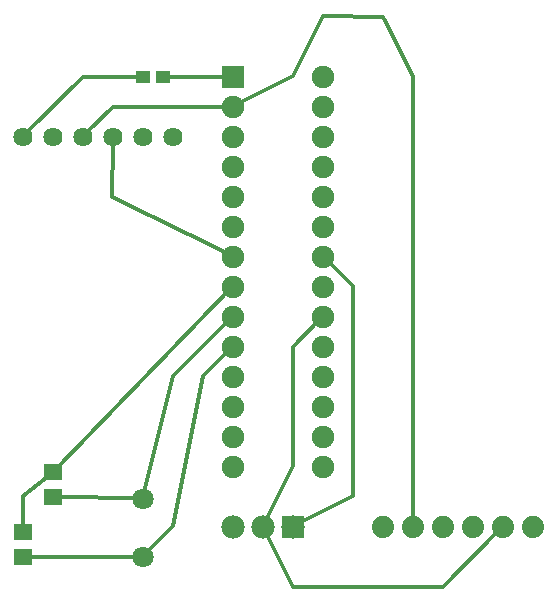
<source format=gtl>
G04 MADE WITH FRITZING*
G04 WWW.FRITZING.ORG*
G04 DOUBLE SIDED*
G04 HOLES PLATED*
G04 CONTOUR ON CENTER OF CONTOUR VECTOR*
%ASAXBY*%
%FSLAX23Y23*%
%MOIN*%
%OFA0B0*%
%SFA1.0B1.0*%
%ADD10C,0.064000*%
%ADD11C,0.070925*%
%ADD12C,0.070866*%
%ADD13C,0.078000*%
%ADD14C,0.074000*%
%ADD15C,0.075000*%
%ADD16R,0.078000X0.078000*%
%ADD17R,0.047244X0.043307*%
%ADD18R,0.075000X0.075000*%
%ADD19R,0.059055X0.055118*%
%ADD20C,0.012000*%
%LNCOPPER1*%
G90*
G70*
G54D10*
X129Y1552D03*
X229Y1552D03*
X329Y1552D03*
X429Y1552D03*
X529Y1552D03*
X629Y1552D03*
G54D11*
X529Y152D03*
G54D12*
X529Y345D03*
G54D13*
X1029Y252D03*
X929Y252D03*
X829Y252D03*
G54D14*
X1829Y252D03*
X1729Y252D03*
X1629Y252D03*
X1529Y252D03*
X1429Y252D03*
X1329Y252D03*
G54D15*
X829Y1752D03*
X1129Y1752D03*
X829Y1652D03*
X1129Y1652D03*
X829Y1552D03*
X1129Y1552D03*
X829Y1452D03*
X1129Y1452D03*
X829Y1352D03*
X1129Y1352D03*
X829Y1252D03*
X1129Y1252D03*
X829Y1152D03*
X1129Y1152D03*
X829Y1052D03*
X1129Y1052D03*
X829Y952D03*
X1129Y952D03*
X829Y852D03*
X1129Y852D03*
X829Y752D03*
X1129Y752D03*
X829Y652D03*
X1129Y652D03*
X829Y552D03*
X1129Y552D03*
X829Y452D03*
X1129Y452D03*
G54D16*
X1029Y252D03*
G54D17*
X596Y1752D03*
X529Y1752D03*
G54D18*
X829Y1752D03*
G54D19*
X229Y433D03*
X229Y352D03*
X129Y233D03*
X129Y152D03*
G54D20*
X813Y1036D02*
X250Y455D01*
D02*
X508Y346D02*
X253Y352D01*
D02*
X508Y152D02*
X153Y152D01*
D02*
X129Y255D02*
X129Y354D01*
D02*
X129Y354D02*
X205Y414D01*
D02*
X730Y754D02*
X630Y254D01*
D02*
X630Y254D02*
X544Y167D01*
D02*
X813Y836D02*
X730Y754D01*
D02*
X427Y1351D02*
X429Y1527D01*
D02*
X808Y1163D02*
X427Y1351D01*
D02*
X430Y1652D02*
X347Y1570D01*
D02*
X806Y1652D02*
X430Y1652D01*
D02*
X806Y1752D02*
X614Y1752D01*
D02*
X330Y1752D02*
X147Y1570D01*
D02*
X511Y1752D02*
X330Y1752D01*
D02*
X630Y754D02*
X813Y936D01*
D02*
X534Y366D02*
X630Y754D01*
D02*
X1530Y51D02*
X1030Y51D01*
D02*
X1030Y51D02*
X940Y230D01*
D02*
X1711Y234D02*
X1530Y51D01*
D02*
X1229Y354D02*
X1051Y264D01*
D02*
X1228Y1053D02*
X1229Y354D01*
D02*
X1030Y454D02*
X1031Y850D01*
D02*
X940Y274D02*
X1030Y454D01*
D02*
X1031Y850D02*
X1113Y936D01*
D02*
X1145Y1136D02*
X1228Y1053D01*
D02*
X1030Y1754D02*
X1128Y1953D01*
D02*
X1128Y1953D02*
X1330Y1951D01*
D02*
X1330Y1951D02*
X1430Y1754D01*
D02*
X1430Y1754D02*
X1429Y278D01*
D02*
X849Y1663D02*
X1030Y1754D01*
G04 End of Copper1*
M02*
</source>
